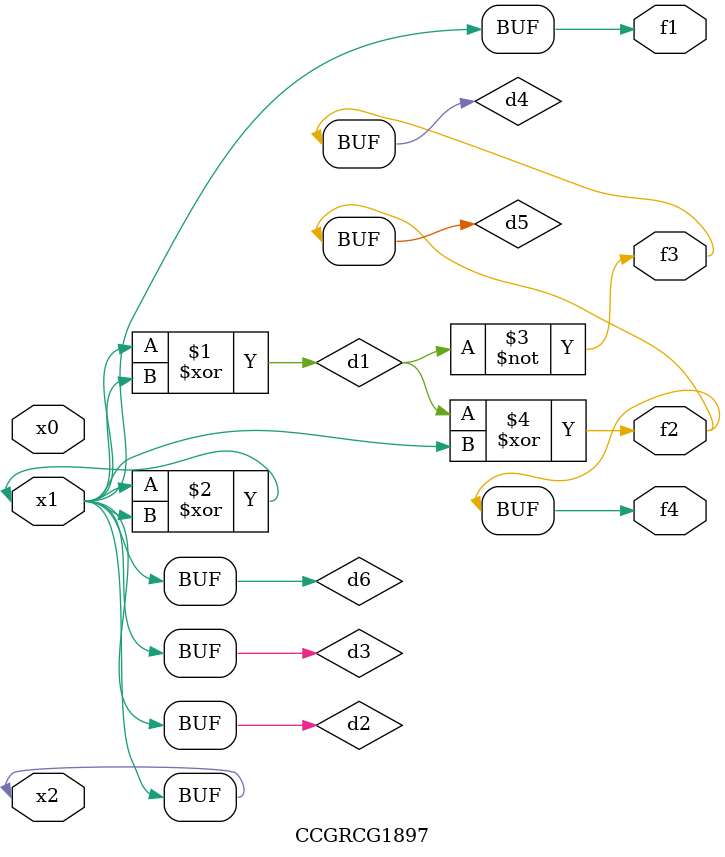
<source format=v>
module CCGRCG1897(
	input x0, x1, x2,
	output f1, f2, f3, f4
);

	wire d1, d2, d3, d4, d5, d6;

	xor (d1, x1, x2);
	buf (d2, x1, x2);
	xor (d3, x1, x2);
	nor (d4, d1);
	xor (d5, d1, d2);
	buf (d6, d2, d3);
	assign f1 = d6;
	assign f2 = d5;
	assign f3 = d4;
	assign f4 = d5;
endmodule

</source>
